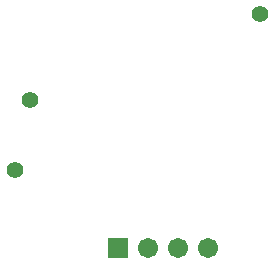
<source format=gbr>
%FSDAX33Y33*%
%MOMM*%
%SFA1B1*%

%IPPOS*%
%ADD18C,1.703200*%
%ADD19R,1.703200X1.703200*%
%ADD20C,1.403200*%
%LNbottommask-1*%
%LPD*%
G54D18*
X082139Y028326D03*
X079599D03*
X077059D03*
G54D19*
X074519Y028326D03*
G54D20*
X086549Y048076D03*
X067099Y040826D03*
X065799Y034926D03*
M02*
</source>
